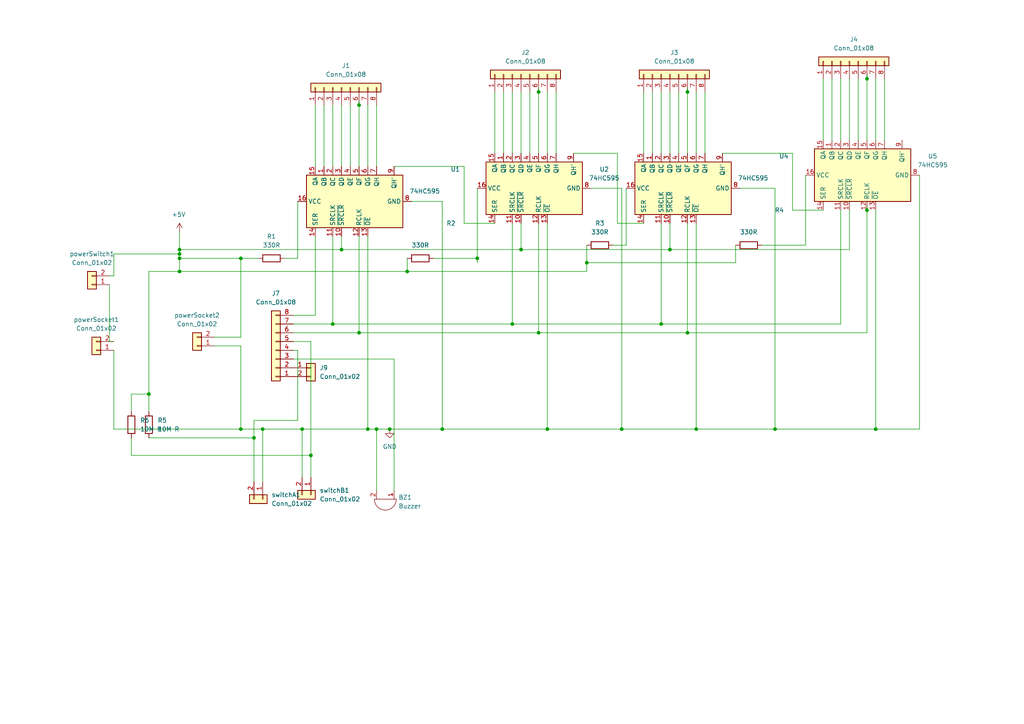
<source format=kicad_sch>
(kicad_sch (version 20231120) (generator "eeschema") (generator_version "8.0")
  (paper "A4")
  (lib_symbols
    (symbol "74xx:74HC595"
      (property "Reference" "U" (at -7.62 13.97 0))
      (property "Value" "74HC595" (at -7.62 -16.51 0))
      (symbol "74HC595_1_0"
        (pin tri_state line (at 10.16 7.62 180) (length 2.54) (name "QB") (number "1"))
        (pin input line (at -10.16 2.54 0) (length 2.54) (name "~{SRCLR}") (number "10"))
        (pin input line (at -10.16 5.08 0) (length 2.54) (name "SRCLK") (number "11"))
        (pin input line (at -10.16 -2.54 0) (length 2.54) (name "RCLK") (number "12"))
        (pin input line (at -10.16 -5.08 0) (length 2.54) (name "~{OE}") (number "13"))
        (pin input line (at -10.16 10.16 0) (length 2.54) (name "SER") (number "14"))
        (pin tri_state line (at 10.16 10.16 180) (length 2.54) (name "QA") (number "15"))
        (pin power_in line (at 0 15.24 270) (length 2.54) (name "VCC") (number "16"))
        (pin tri_state line (at 10.16 5.08 180) (length 2.54) (name "QC") (number "2"))
        (pin tri_state line (at 10.16 2.54 180) (length 2.54) (name "QD") (number "3"))
        (pin tri_state line (at 10.16 0 180) (length 2.54) (name "QE") (number "4"))
        (pin tri_state line (at 10.16 -2.54 180) (length 2.54) (name "QF") (number "5"))
        (pin tri_state line (at 10.16 -5.08 180) (length 2.54) (name "QG") (number "6"))
        (pin tri_state line (at 10.16 -7.62 180) (length 2.54) (name "QH") (number "7"))
        (pin power_in line (at 0 -17.78 90) (length 2.54) (name "GND") (number "8"))
        (pin output line (at 10.16 -12.7 180) (length 2.54) (name "QH'") (number "9"))
      )
      (symbol "74HC595_1_1"
        (rectangle (start -7.62 12.7) (end 7.62 -15.24) (stroke (width 0.254)) (fill (type background)))
      )
    )
    (symbol "Connector_Generic:Conn_01x02" (pin_names (offset 1.016) hide)
      (property "Reference" "J" (at 0 2.54 0))
      (property "Value" "Conn_01x02" (at 0 -5.08 0))
      (symbol "Conn_01x02_1_1"
        (rectangle (start -1.27 -2.413) (end 0 -2.667) (stroke (width 0.1524)))
        (rectangle (start -1.27 0.127) (end 0 -0.127) (stroke (width 0.1524)))
        (rectangle (start -1.27 1.27) (end 1.27 -3.81) (stroke (width 0.254)) (fill (type background)))
        (pin passive line (at -5.08 0 0) (length 3.81) (name "Pin_1") (number "1"))
        (pin passive line (at -5.08 -2.54 0) (length 3.81) (name "Pin_2") (number "2"))
      )
    )
    (symbol "Connector_Generic:Conn_01x08" (pin_names (offset 1.016) hide)
      (property "Reference" "J" (at 0 10.16 0))
      (property "Value" "Conn_01x08" (at 0 -12.7 0))
      (symbol "Conn_01x08_1_1"
        (rectangle (start -1.27 -10.033) (end 0 -10.287) (stroke (width 0.1524)))
        (rectangle (start -1.27 -7.493) (end 0 -7.747) (stroke (width 0.1524)))
        (rectangle (start -1.27 -4.953) (end 0 -5.207) (stroke (width 0.1524)))
        (rectangle (start -1.27 -2.413) (end 0 -2.667) (stroke (width 0.1524)))
        (rectangle (start -1.27 0.127) (end 0 -0.127) (stroke (width 0.1524)))
        (rectangle (start -1.27 2.667) (end 0 2.413) (stroke (width 0.1524)))
        (rectangle (start -1.27 5.207) (end 0 4.953) (stroke (width 0.1524)))
        (rectangle (start -1.27 7.747) (end 0 7.493) (stroke (width 0.1524)))
        (rectangle (start -1.27 8.89) (end 1.27 -11.43) (stroke (width 0.254)) (fill (type background)))
        (pin passive line (at -5.08 7.62 0) (length 3.81) (name "Pin_1") (number "1"))
        (pin passive line (at -5.08 5.08 0) (length 3.81) (name "Pin_2") (number "2"))
        (pin passive line (at -5.08 2.54 0) (length 3.81) (name "Pin_3") (number "3"))
        (pin passive line (at -5.08 0 0) (length 3.81) (name "Pin_4") (number "4"))
        (pin passive line (at -5.08 -2.54 0) (length 3.81) (name "Pin_5") (number "5"))
        (pin passive line (at -5.08 -5.08 0) (length 3.81) (name "Pin_6") (number "6"))
        (pin passive line (at -5.08 -7.62 0) (length 3.81) (name "Pin_7") (number "7"))
        (pin passive line (at -5.08 -10.16 0) (length 3.81) (name "Pin_8") (number "8"))
      )
    )
    (symbol "Device:Buzzer" (pin_names (offset 0.0254) hide)
      (property "Reference" "BZ" (at 3.81 1.27 0))
      (property "Value" "Buzzer" (at 3.81 -1.27 0))
      (symbol "Buzzer_0_1"
        (arc (start 0 -3.175) (mid 3.1612 0) (end 0 3.175))
        (polyline (pts (xy -1.651 1.905) (xy -1.143 1.905)))
        (polyline (pts (xy -1.397 2.159) (xy -1.397 1.651)))
        (polyline (pts (xy 0 3.175) (xy 0 -3.175)))
      )
      (symbol "Buzzer_1_1"
        (pin passive line (at -2.54 2.54 0) (length 2.54) (name "+") (number "1"))
        (pin passive line (at -2.54 -2.54 0) (length 2.54) (name "-") (number "2"))
      )
    )
    (symbol "Device:R" (pin_numbers hide) (pin_names (offset 0))
      (property "Reference" "R" (at 2.032 0 90))
      (property "Value" "R" (at 0 0 90))
      (symbol "R_0_1"
        (rectangle (start -1.016 -2.54) (end 1.016 2.54) (stroke (width 0.254)))
      )
      (symbol "R_1_1"
        (pin passive line (at 0 3.81 270) (length 1.27) (name "~") (number "1"))
        (pin passive line (at 0 -3.81 90) (length 1.27) (name "~") (number "2"))
      )
    )
    (symbol "power:+5V" (power) (pin_numbers hide) (pin_names (offset 0) hide)
      (property "Value" "+5V" (at 0 3.556 0))
      (symbol "+5V_0_1"
        (polyline (pts (xy -0.762 1.27) (xy 0 2.54)))
        (polyline (pts (xy 0 0) (xy 0 2.54)))
        (polyline (pts (xy 0 2.54) (xy 0.762 1.27)))
      )
      (symbol "+5V_1_1"
        (pin power_in line (at 0 0 90) (length 0) (name "~") (number "1"))
      )
    )
    (symbol "power:GND" (power) (pin_numbers hide) (pin_names (offset 0) hide)
      (property "Value" "GND" (at 0 -3.81 0))
      (symbol "GND_0_1"
        (polyline (pts (xy 0 0) (xy 0 -1.27) (xy 1.27 -1.27) (xy 0 -2.54) (xy -1.27 -1.27) (xy 0 -1.27)))
      )
      (symbol "GND_1_1"
        (pin power_in line (at 0 0 270) (length 0) (name "~") (number "1"))
      )
    )
  )
  (junction (at 251.46 60.96))
  (junction (at 69.85 74.93))
  (junction (at 52.07 78.74))
  (junction (at 52.07 72.39))
  (junction (at 87.63 124.46))
  (junction (at 109.22 124.46))
  (junction (at 69.85 124.46))
  (junction (at 194.31 72.39))
  (junction (at 113.03 124.46))
  (junction (at 199.39 96.52))
  (junction (at 52.07 73.66))
  (junction (at 251.46 22.86))
  (junction (at 224.79 124.46))
  (junction (at 118.11 78.74))
  (junction (at 201.93 124.46))
  (junction (at 191.77 93.98))
  (junction (at 254 124.46))
  (junction (at 99.06 72.39))
  (junction (at 156.21 26.67))
  (junction (at 148.59 93.98))
  (junction (at 52.07 74.93))
  (junction (at 170.18 76.2))
  (junction (at 106.68 124.46))
  (junction (at 43.18 114.3))
  (junction (at 73.66 127))
  (junction (at 151.13 72.39))
  (junction (at 199.39 26.67))
  (junction (at 90.17 132.08))
  (junction (at 158.75 124.46))
  (junction (at 104.14 96.52))
  (junction (at 76.2 124.46))
  (junction (at 180.34 124.46))
  (junction (at 138.43 74.93))
  (junction (at 96.52 93.98))
  (junction (at 156.21 96.52))
  (junction (at 104.14 30.48))
  (junction (at 128.27 124.46))
  (wire (pts (xy 106.68 30.48) (xy 106.68 48.26)))
  (wire (pts (xy 76.2 124.46) (xy 87.63 124.46)))
  (wire (pts (xy 93.98 30.48) (xy 93.98 48.26)))
  (wire (pts (xy 69.85 74.93) (xy 69.85 97.79)))
  (wire (pts (xy 86.36 101.6) (xy 86.36 121.92)))
  (wire (pts (xy 246.38 60.96) (xy 246.38 72.39)))
  (wire (pts (xy 76.2 124.46) (xy 76.2 139.7)))
  (wire (pts (xy 201.93 124.46) (xy 180.34 124.46)))
  (wire (pts (xy 158.75 124.46) (xy 128.27 124.46)))
  (wire (pts (xy 266.7 50.8) (xy 266.7 124.46)))
  (wire (pts (xy 194.31 64.77) (xy 194.31 72.39)))
  (wire (pts (xy 52.07 78.74) (xy 118.11 78.74)))
  (wire (pts (xy 186.69 26.67) (xy 186.69 44.45)))
  (wire (pts (xy 85.09 93.98) (xy 96.52 93.98)))
  (wire (pts (xy 153.67 26.67) (xy 153.67 44.45)))
  (wire (pts (xy 138.43 74.93) (xy 125.73 74.93)))
  (wire (pts (xy 251.46 21.59) (xy 251.46 22.86)))
  (wire (pts (xy 69.85 97.79) (xy 62.23 97.79)))
  (wire (pts (xy 191.77 64.77) (xy 191.77 93.98)))
  (wire (pts (xy 213.36 71.12) (xy 213.36 76.2)))
  (wire (pts (xy 104.14 96.52) (xy 85.09 96.52)))
  (wire (pts (xy 246.38 72.39) (xy 194.31 72.39)))
  (wire (pts (xy 243.84 93.98) (xy 191.77 93.98)))
  (wire (pts (xy 148.59 26.67) (xy 148.59 44.45)))
  (wire (pts (xy 31.75 82.55) (xy 31.75 99.06)))
  (wire (pts (xy 254 124.46) (xy 266.7 124.46)))
  (wire (pts (xy 91.44 91.44) (xy 91.44 68.58)))
  (wire (pts (xy 85.09 104.14) (xy 114.3 104.14)))
  (wire (pts (xy 104.14 29.21) (xy 104.14 30.48)))
  (wire (pts (xy 118.11 78.74) (xy 170.18 78.74)))
  (wire (pts (xy 86.36 58.42) (xy 86.36 74.93)))
  (wire (pts (xy 224.79 54.61) (xy 224.79 124.46)))
  (wire (pts (xy 114.3 48.26) (xy 134.62 48.26)))
  (wire (pts (xy 86.36 121.92) (xy 73.66 121.92)))
  (wire (pts (xy 62.23 100.33) (xy 69.85 100.33)))
  (wire (pts (xy 85.09 91.44) (xy 91.44 91.44)))
  (wire (pts (xy 156.21 96.52) (xy 156.21 64.77)))
  (wire (pts (xy 171.45 54.61) (xy 180.34 54.61)))
  (wire (pts (xy 156.21 25.4) (xy 156.21 26.67)))
  (wire (pts (xy 158.75 64.77) (xy 158.75 124.46)))
  (wire (pts (xy 73.66 127) (xy 43.18 127)))
  (wire (pts (xy 43.18 114.3) (xy 38.1 114.3)))
  (wire (pts (xy 87.63 124.46) (xy 106.68 124.46)))
  (wire (pts (xy 128.27 58.42) (xy 128.27 124.46)))
  (wire (pts (xy 38.1 127) (xy 38.1 132.08)))
  (wire (pts (xy 114.3 104.14) (xy 114.3 142.24)))
  (wire (pts (xy 181.61 71.12) (xy 177.8 71.12)))
  (wire (pts (xy 128.27 124.46) (xy 113.03 124.46)))
  (wire (pts (xy 229.87 44.45) (xy 229.87 60.96)))
  (wire (pts (xy 243.84 22.86) (xy 243.84 40.64)))
  (wire (pts (xy 138.43 76.2) (xy 138.43 74.93)))
  (wire (pts (xy 85.09 101.6) (xy 86.36 101.6)))
  (wire (pts (xy 213.36 76.2) (xy 170.18 76.2)))
  (wire (pts (xy 189.23 26.67) (xy 189.23 44.45)))
  (wire (pts (xy 119.38 58.42) (xy 128.27 58.42)))
  (wire (pts (xy 38.1 132.08) (xy 90.17 132.08)))
  (wire (pts (xy 158.75 26.67) (xy 158.75 44.45)))
  (wire (pts (xy 238.76 22.86) (xy 238.76 40.64)))
  (wire (pts (xy 199.39 26.67) (xy 199.39 44.45)))
  (wire (pts (xy 251.46 59.69) (xy 251.46 60.96)))
  (wire (pts (xy 251.46 60.96) (xy 251.46 96.52)))
  (wire (pts (xy 33.02 80.01) (xy 31.75 80.01)))
  (wire (pts (xy 180.34 54.61) (xy 180.34 124.46)))
  (wire (pts (xy 31.75 99.06) (xy 33.02 99.06)))
  (wire (pts (xy 148.59 64.77) (xy 148.59 93.98)))
  (wire (pts (xy 156.21 26.67) (xy 156.21 44.45)))
  (wire (pts (xy 87.63 124.46) (xy 87.63 138.43)))
  (wire (pts (xy 241.3 22.86) (xy 241.3 40.64)))
  (wire (pts (xy 254 22.86) (xy 254 40.64)))
  (wire (pts (xy 33.02 101.6) (xy 33.02 124.46)))
  (wire (pts (xy 224.79 124.46) (xy 201.93 124.46)))
  (wire (pts (xy 91.44 30.48) (xy 91.44 48.26)))
  (wire (pts (xy 134.62 48.26) (xy 134.62 64.77)))
  (wire (pts (xy 104.14 96.52) (xy 156.21 96.52)))
  (wire (pts (xy 148.59 93.98) (xy 96.52 93.98)))
  (wire (pts (xy 251.46 96.52) (xy 199.39 96.52)))
  (wire (pts (xy 224.79 124.46) (xy 254 124.46)))
  (wire (pts (xy 52.07 78.74) (xy 43.18 78.74)))
  (wire (pts (xy 52.07 73.66) (xy 52.07 72.39)))
  (wire (pts (xy 33.02 73.66) (xy 33.02 80.01)))
  (wire (pts (xy 43.18 114.3) (xy 43.18 119.38)))
  (wire (pts (xy 204.47 26.67) (xy 204.47 44.45)))
  (wire (pts (xy 109.22 30.48) (xy 109.22 48.26)))
  (wire (pts (xy 52.07 74.93) (xy 52.07 73.66)))
  (wire (pts (xy 52.07 72.39) (xy 52.07 67.31)))
  (wire (pts (xy 96.52 30.48) (xy 96.52 48.26)))
  (wire (pts (xy 214.63 54.61) (xy 224.79 54.61)))
  (wire (pts (xy 143.51 26.67) (xy 143.51 44.45)))
  (wire (pts (xy 151.13 26.67) (xy 151.13 44.45)))
  (wire (pts (xy 109.22 124.46) (xy 113.03 124.46)))
  (wire (pts (xy 229.87 60.96) (xy 238.76 60.96)))
  (wire (pts (xy 201.93 64.77) (xy 201.93 124.46)))
  (wire (pts (xy 181.61 54.61) (xy 181.61 71.12)))
  (wire (pts (xy 99.06 68.58) (xy 99.06 72.39)))
  (wire (pts (xy 233.68 50.8) (xy 233.68 71.12)))
  (wire (pts (xy 170.18 78.74) (xy 170.18 76.2)))
  (wire (pts (xy 248.92 22.86) (xy 248.92 40.64)))
  (wire (pts (xy 104.14 30.48) (xy 104.14 48.26)))
  (wire (pts (xy 191.77 26.67) (xy 191.77 44.45)))
  (wire (pts (xy 69.85 74.93) (xy 52.07 74.93)))
  (wire (pts (xy 179.07 44.45) (xy 166.37 44.45)))
  (wire (pts (xy 33.02 124.46) (xy 69.85 124.46)))
  (wire (pts (xy 52.07 74.93) (xy 52.07 78.74)))
  (wire (pts (xy 254 60.96) (xy 254 124.46)))
  (wire (pts (xy 99.06 72.39) (xy 52.07 72.39)))
  (wire (pts (xy 191.77 93.98) (xy 148.59 93.98)))
  (wire (pts (xy 138.43 54.61) (xy 138.43 74.93)))
  (wire (pts (xy 194.31 72.39) (xy 151.13 72.39)))
  (wire (pts (xy 246.38 22.86) (xy 246.38 40.64)))
  (wire (pts (xy 90.17 132.08) (xy 90.17 138.43)))
  (wire (pts (xy 180.34 124.46) (xy 158.75 124.46)))
  (wire (pts (xy 151.13 72.39) (xy 99.06 72.39)))
  (wire (pts (xy 69.85 124.46) (xy 76.2 124.46)))
  (wire (pts (xy 52.07 73.66) (xy 33.02 73.66)))
  (wire (pts (xy 104.14 68.58) (xy 104.14 96.52)))
  (wire (pts (xy 151.13 64.77) (xy 151.13 72.39)))
  (wire (pts (xy 73.66 139.7) (xy 73.66 127)))
  (wire (pts (xy 101.6 30.48) (xy 101.6 48.26)))
  (wire (pts (xy 251.46 22.86) (xy 251.46 40.64)))
  (wire (pts (xy 233.68 71.12) (xy 220.98 71.12)))
  (wire (pts (xy 43.18 78.74) (xy 43.18 114.3)))
  (wire (pts (xy 196.85 26.67) (xy 196.85 44.45)))
  (wire (pts (xy 256.54 22.86) (xy 256.54 40.64)))
  (wire (pts (xy 38.1 114.3) (xy 38.1 119.38)))
  (wire (pts (xy 106.68 68.58) (xy 106.68 124.46)))
  (wire (pts (xy 170.18 76.2) (xy 170.18 71.12)))
  (wire (pts (xy 243.84 60.96) (xy 243.84 93.98)))
  (wire (pts (xy 73.66 121.92) (xy 73.66 127)))
  (wire (pts (xy 194.31 26.67) (xy 194.31 44.45)))
  (wire (pts (xy 209.55 44.45) (xy 229.87 44.45)))
  (wire (pts (xy 69.85 100.33) (xy 69.85 124.46)))
  (wire (pts (xy 118.11 78.74) (xy 118.11 74.93)))
  (wire (pts (xy 201.93 26.67) (xy 201.93 44.45)))
  (wire (pts (xy 74.93 74.93) (xy 69.85 74.93)))
  (wire (pts (xy 86.36 74.93) (xy 82.55 74.93)))
  (wire (pts (xy 199.39 25.4) (xy 199.39 26.67)))
  (wire (pts (xy 179.07 64.77) (xy 179.07 44.45)))
  (wire (pts (xy 96.52 93.98) (xy 96.52 68.58)))
  (wire (pts (xy 85.09 99.06) (xy 90.17 99.06)))
  (wire (pts (xy 109.22 142.24) (xy 109.22 124.46)))
  (wire (pts (xy 186.69 64.77) (xy 179.07 64.77)))
  (wire (pts (xy 146.05 26.67) (xy 146.05 44.45)))
  (wire (pts (xy 161.29 26.67) (xy 161.29 44.45)))
  (wire (pts (xy 90.17 99.06) (xy 90.17 132.08)))
  (wire (pts (xy 99.06 30.48) (xy 99.06 48.26)))
  (wire (pts (xy 199.39 96.52) (xy 156.21 96.52)))
  (wire (pts (xy 134.62 64.77) (xy 143.51 64.77)))
  (wire (pts (xy 106.68 124.46) (xy 109.22 124.46)))
  (wire (pts (xy 199.39 64.77) (xy 199.39 96.52)))
  (symbol (lib_id "Connector_Generic:Conn_01x02") (at 57.15 100.33 180) (unit 1)
    (property "Reference" "powerSocket2" (at 57.15 91.44 0))
    (property "Value" "Conn_01x02" (at 57.15 93.98 0))
    (property "Footprint" "Connector_PinHeader_2.54mm:PinHeader_1x02_P2.54mm_Vertical" (effects (hide yes)))
    (property "Description" "Generic connector, single row, 01x02, script generated (kicad-library-utils/schlib/autogen/connector/)" (effects (hide yes)))
  )
  (symbol (lib_id "Device:R") (at 121.92 74.93 90) (unit 1)
    (property "Reference" "R2" (at 130.81 64.77 90))
    (property "Value" "330R" (at 121.92 71.12 90))
    (property "Footprint" "Resistor_THT:R_Axial_DIN0411_L9.9mm_D3.6mm_P15.24mm_Horizontal" (effects (hide yes)))
    (property "Description" "Resistor" (effects (hide yes)))
  )
  (symbol (lib_id "Connector_Generic:Conn_01x08") (at 194.31 21.59 90) (unit 1)
    (property "Reference" "J3" (at 195.58 15.24 90))
    (property "Value" "Conn_01x08" (at 195.58 17.78 90))
    (property "Footprint" "Connector_PinHeader_2.54mm:PinHeader_1x08_P2.54mm_Vertical" (effects (hide yes)))
    (property "Description" "Generic connector, single row, 01x08, script generated (kicad-library-utils/schlib/autogen/connector/)" (effects (hide yes)))
  )
  (symbol (lib_id "Device:R") (at 38.1 123.19 0) (unit 1)
    (property "Reference" "R6" (at 40.64 121.9199 0) (effects (justify left)))
    (property "Value" "10M R" (at 40.64 124.4599 0) (effects (justify left)))
    (property "Footprint" "Resistor_THT:R_Axial_DIN0411_L9.9mm_D3.6mm_P15.24mm_Horizontal" (effects (hide yes)))
    (property "Description" "Resistor" (effects (hide yes)))
  )
  (symbol (lib_id "Device:R") (at 78.74 74.93 90) (unit 1)
    (property "Reference" "R1" (at 78.74 68.58 90))
    (property "Value" "330R" (at 78.74 71.12 90))
    (property "Footprint" "Resistor_THT:R_Axial_DIN0411_L9.9mm_D3.6mm_P15.24mm_Horizontal" (effects (hide yes)))
    (property "Description" "Resistor" (effects (hide yes)))
  )
  (symbol (lib_id "Connector_Generic:Conn_01x02") (at 90.17 106.68 0) (unit 1)
    (property "Reference" "J9" (at 92.71 106.6799 0) (effects (justify left)))
    (property "Value" "Conn_01x02" (at 92.71 109.2199 0) (effects (justify left)))
    (property "Footprint" "Connector_PinHeader_2.54mm:PinHeader_1x02_P2.54mm_Vertical" (effects (hide yes)))
    (property "Description" "Generic connector, single row, 01x02, script generated (kicad-library-utils/schlib/autogen/connector/)" (effects (hide yes)))
  )
  (symbol (lib_id "Connector_Generic:Conn_01x02") (at 27.94 101.6 180) (unit 1)
    (property "Reference" "powerSocket1" (at 27.94 92.71 0))
    (property "Value" "Conn_01x02" (at 27.94 95.25 0))
    (property "Footprint" "Connector_JST:JST_NV_B02P-NV_1x02_P5.00mm_Vertical" (effects (hide yes)))
    (property "Description" "Generic connector, single row, 01x02, script generated (kicad-library-utils/schlib/autogen/connector/)" (effects (hide yes)))
  )
  (symbol (lib_id "74xx:74HC595") (at 101.6 58.42 90) (unit 1)
    (property "Reference" "U1" (at 132.08 49.1138 90))
    (property "Value" "74HC595" (at 123.19 55.4638 90))
    (property "Footprint" "Package_DIP:DIP-16_W7.62mm_Socket" (effects (hide yes)))
    (property "Datasheet" "http://www.ti.com/lit/ds/symlink/sn74hc595.pdf" (effects (hide yes)))
    (property "Description" "8-bit serial in/out Shift Register 3-State Outputs" (effects (hide yes)))
  )
  (symbol (lib_id "74xx:74HC595") (at 153.67 54.61 90) (unit 1)
    (property "Reference" "U2" (at 175.26 49.1138 90))
    (property "Value" "74HC595" (at 175.26 51.6538 90))
    (property "Footprint" "Package_DIP:DIP-16_W7.62mm_Socket" (effects (hide yes)))
    (property "Datasheet" "http://www.ti.com/lit/ds/symlink/sn74hc595.pdf" (effects (hide yes)))
    (property "Description" "8-bit serial in/out Shift Register 3-State Outputs" (effects (hide yes)))
  )
  (symbol (lib_id "Device:R") (at 173.99 71.12 90) (unit 1)
    (property "Reference" "R3" (at 173.99 64.77 90))
    (property "Value" "330R" (at 173.99 67.31 90))
    (property "Footprint" "Resistor_THT:R_Axial_DIN0411_L9.9mm_D3.6mm_P15.24mm_Horizontal" (effects (hide yes)))
    (property "Description" "Resistor" (effects (hide yes)))
  )
  (symbol (lib_id "Connector_Generic:Conn_01x08") (at 151.13 21.59 90) (unit 1)
    (property "Reference" "J2" (at 152.4 15.24 90))
    (property "Value" "Conn_01x08" (at 152.4 17.78 90))
    (property "Footprint" "Connector_PinHeader_2.54mm:PinHeader_1x08_P2.54mm_Vertical" (effects (hide yes)))
    (property "Description" "Generic connector, single row, 01x08, script generated (kicad-library-utils/schlib/autogen/connector/)" (effects (hide yes)))
  )
  (symbol (lib_id "Connector_Generic:Conn_01x08") (at 99.06 25.4 90) (unit 1)
    (property "Reference" "J1" (at 100.33 19.05 90))
    (property "Value" "Conn_01x08" (at 100.33 21.59 90))
    (property "Footprint" "Connector_PinHeader_2.54mm:PinHeader_1x08_P2.54mm_Vertical" (effects (hide yes)))
    (property "Description" "Generic connector, single row, 01x08, script generated (kicad-library-utils/schlib/autogen/connector/)" (effects (hide yes)))
  )
  (symbol (lib_id "Connector_Generic:Conn_01x02") (at 90.17 143.51 270) (unit 1)
    (property "Reference" "switchB1" (at 92.71 142.2399 90) (effects (justify left)))
    (property "Value" "Conn_01x02" (at 92.71 144.7799 90) (effects (justify left)))
    (property "Footprint" "Connector_PinHeader_2.54mm:PinHeader_1x02_P2.54mm_Vertical" (effects (hide yes)))
    (property "Description" "Generic connector, single row, 01x02, script generated (kicad-library-utils/schlib/autogen/connector/)" (effects (hide yes)))
  )
  (symbol (lib_id "Connector_Generic:Conn_01x08") (at 80.01 101.6 180) (unit 1)
    (property "Reference" "J7" (at 80.01 85.09 0))
    (property "Value" "Conn_01x08" (at 80.01 87.63 0))
    (property "Footprint" "Connector_PinHeader_2.54mm:PinHeader_1x08_P2.54mm_Vertical" (effects (hide yes)))
    (property "Description" "Generic connector, single row, 01x08, script generated (kicad-library-utils/schlib/autogen/connector/)" (effects (hide yes)))
  )
  (symbol (lib_id "Connector_Generic:Conn_01x08") (at 246.38 17.78 90) (unit 1)
    (property "Reference" "J4" (at 247.65 11.43 90))
    (property "Value" "Conn_01x08" (at 247.65 13.97 90))
    (property "Footprint" "Connector_PinHeader_2.54mm:PinHeader_1x08_P2.54mm_Vertical" (effects (hide yes)))
    (property "Description" "Generic connector, single row, 01x08, script generated (kicad-library-utils/schlib/autogen/connector/)" (effects (hide yes)))
  )
  (symbol (lib_id "74xx:74HC595") (at 248.92 50.8 90) (unit 1)
    (property "Reference" "U5" (at 270.51 45.3038 90))
    (property "Value" "74HC595" (at 270.51 47.8438 90))
    (property "Footprint" "Package_DIP:DIP-16_W7.62mm_Socket" (effects (hide yes)))
    (property "Datasheet" "http://www.ti.com/lit/ds/symlink/sn74hc595.pdf" (effects (hide yes)))
    (property "Description" "8-bit serial in/out Shift Register 3-State Outputs" (effects (hide yes)))
  )
  (symbol (lib_id "power:+5V") (at 52.07 67.31 0) (unit 1)
    (property "Reference" "#PWR01" (effects (hide yes)))
    (property "Value" "+5V" (at 51.816 62.23 0))
    (property "Description" "Power symbol creates a global label with name \"+5V\"" (effects (hide yes)))
  )
  (symbol (lib_id "Device:R") (at 217.17 71.12 90) (unit 1)
    (property "Reference" "R4" (at 226.06 60.96 90))
    (property "Value" "330R" (at 217.17 67.31 90))
    (property "Footprint" "Resistor_THT:R_Axial_DIN0411_L9.9mm_D3.6mm_P15.24mm_Horizontal" (effects (hide yes)))
    (property "Description" "Resistor" (effects (hide yes)))
  )
  (symbol (lib_id "Connector_Generic:Conn_01x02") (at 26.67 82.55 180) (unit 1)
    (property "Reference" "powerSwitch1" (at 26.67 73.66 0))
    (property "Value" "Conn_01x02" (at 26.67 76.2 0))
    (property "Footprint" "Connector_PinHeader_2.54mm:PinHeader_1x02_P2.54mm_Vertical" (effects (hide yes)))
    (property "Description" "Generic connector, single row, 01x02, script generated (kicad-library-utils/schlib/autogen/connector/)" (effects (hide yes)))
  )
  (symbol (lib_id "power:GND") (at 113.03 124.46 0) (unit 1)
    (property "Reference" "#PWR02" (effects (hide yes)))
    (property "Value" "GND" (at 113.03 129.54 0))
    (property "Description" "Power symbol creates a global label with name \"GND\" , ground" (effects (hide yes)))
  )
  (symbol (lib_id "Connector_Generic:Conn_01x02") (at 76.2 144.78 270) (unit 1)
    (property "Reference" "switchA1" (at 78.74 143.5099 90) (effects (justify left)))
    (property "Value" "Conn_01x02" (at 78.74 146.0499 90) (effects (justify left)))
    (property "Footprint" "Connector_PinHeader_2.54mm:PinHeader_1x02_P2.54mm_Vertical" (effects (hide yes)))
    (property "Description" "Generic connector, single row, 01x02, script generated (kicad-library-utils/schlib/autogen/connector/)" (effects (hide yes)))
  )
  (symbol (lib_id "Device:R") (at 43.18 123.19 0) (unit 1)
    (property "Reference" "R5" (at 45.72 121.9199 0) (effects (justify left)))
    (property "Value" "10M R" (at 45.72 124.4599 0) (effects (justify left)))
    (property "Footprint" "Resistor_THT:R_Axial_DIN0411_L9.9mm_D3.6mm_P15.24mm_Horizontal" (effects (hide yes)))
    (property "Description" "Resistor" (effects (hide yes)))
  )
  (symbol (lib_id "Device:Buzzer") (at 111.76 144.78 270) (unit 1)
    (property "Reference" "BZ1" (at 115.57 144.265 90) (effects (justify left)))
    (property "Value" "Buzzer" (at 115.57 146.805 90) (effects (justify left)))
    (property "Footprint" "Buzzer_Beeper:Buzzer_12x9.5RM7.6" (effects (hide yes)))
    (property "Description" "Buzzer, polarized" (effects (hide yes)))
  )
  (symbol (lib_id "74xx:74HC595") (at 196.85 54.61 90) (unit 1)
    (property "Reference" "U4" (at 227.33 45.3038 90))
    (property "Value" "74HC595" (at 218.44 51.6538 90))
    (property "Footprint" "Package_DIP:DIP-16_W7.62mm_Socket" (effects (hide yes)))
    (property "Datasheet" "http://www.ti.com/lit/ds/symlink/sn74hc595.pdf" (effects (hide yes)))
    (property "Description" "8-bit serial in/out Shift Register 3-State Outputs" (effects (hide yes)))
  )
)
</source>
